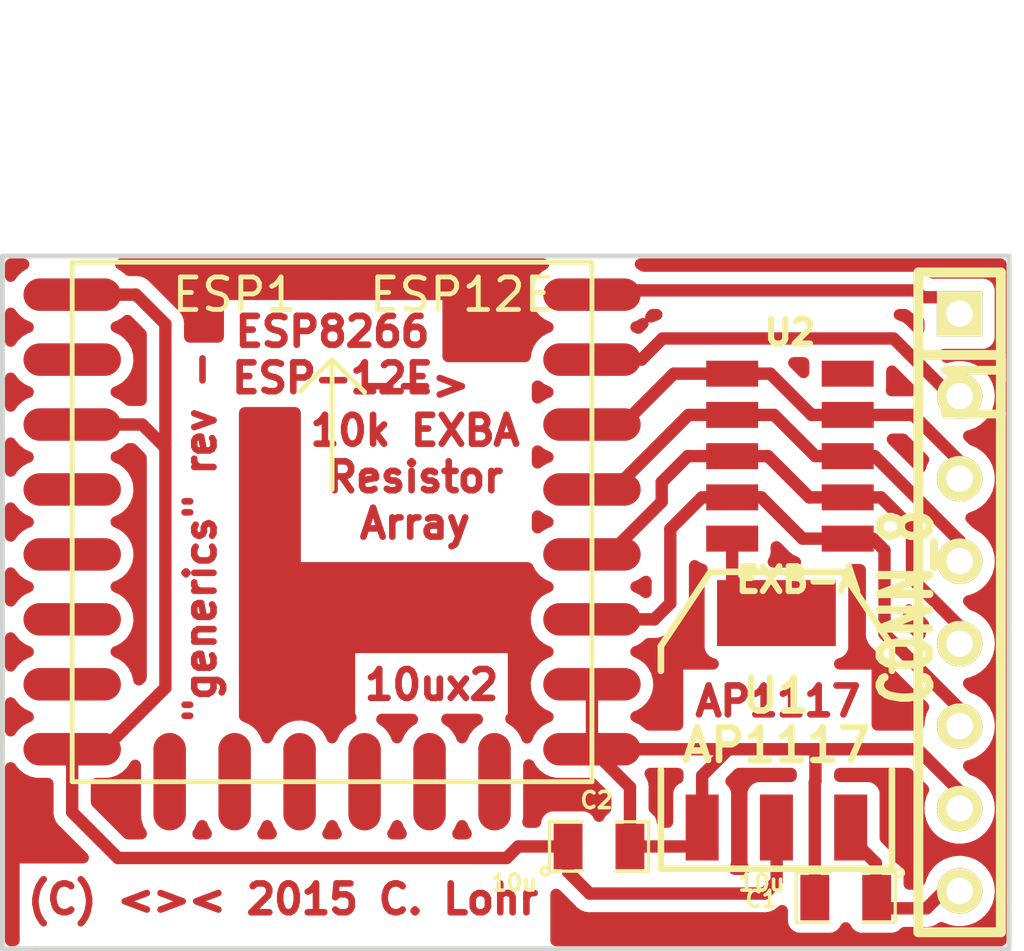
<source format=kicad_pcb>
(kicad_pcb (version 20221018) (generator pcbnew)
  (layers (0 "F.Cu" signal) (31 "B.Cu" signal) (34 "B.Paste" user) (35 "F.Paste" user) (36 "B.SilkS" user) (37 "F.SilkS" user) (38 "B.Mask" user) (39 "F.Mask" user) (44 "Edge.Cuts" user))
  (net 0 "")
  (net 1 "+3.3V")
  (net 2 "+5V")
  (net 3 "GND")
  (net 4 "GPIO0")
  (net 5 "GPIO2")
  (net 6 "GPIO4")
  (net 7 "GPIO5")
  (net 8 "N-000003")
  (net 9 "RX")
  (net 10 "TX")
  (footprint "SM0805" (layer "F.Cu") (at 90.4748 60.9092 180)
    (fp_text reference "C1" (at 2.5908 -0.0508 180) (layer "F.SilkS") (effects (font (size 0.50038 0.50038) (thickness 0.10922))))
    (fp_text value "10u" (at 2.5908 0.4572 180) (layer "F.SilkS") (effects (font (size 0.50038 0.50038) (thickness 0.10922))))
    (fp_line (start -1.524 -0.762) (end -0.508 -0.762) (stroke (width 0.09906)) (layer "F.SilkS"))
    (fp_line (start -1.524 0.762) (end -1.524 -0.762) (stroke (width 0.09906)) (layer "F.SilkS"))
    (fp_line (start -0.508 0.762) (end -1.524 0.762) (stroke (width 0.09906)) (layer "F.SilkS"))
    (fp_line (start 0.508 -0.762) (end 1.524 -0.762) (stroke (width 0.09906)) (layer "F.SilkS"))
    (fp_line (start 1.524 -0.762) (end 1.524 0.762) (stroke (width 0.09906)) (layer "F.SilkS"))
    (fp_line (start 1.524 0.762) (end 0.508 0.762) (stroke (width 0.09906)) (layer "F.SilkS"))
    (fp_circle (center -1.651 0.762) (end -1.651 0.635) (stroke (width 0.09906)) (fill none) (layer "F.SilkS"))
    (pad "1" smd rect (at -0.9525 0 180) (size 0.889 1.397) (layers "F.Cu" "F.Paste" "F.Mask") (net 2 "+5V"))
    (pad "2" smd rect (at 0.9525 0 180) (size 0.889 1.397) (layers "F.Cu" "F.Paste" "F.Mask") (net 3 "GND"))
  )
  (footprint "SM0805" (layer "F.Cu") (at 82.8802 59.3344)
    (fp_text reference "C2" (at -0.0762 -1.4224) (layer "F.SilkS") (effects (font (size 0.50038 0.50038) (thickness 0.10922))))
    (fp_text value "10u" (at -2.6162 1.1176) (layer "F.SilkS") (effects (font (size 0.50038 0.50038) (thickness 0.10922))))
    (fp_line (start -1.524 -0.762) (end -0.508 -0.762) (stroke (width 0.09906)) (layer "F.SilkS"))
    (fp_line (start -1.524 0.762) (end -1.524 -0.762) (stroke (width 0.09906)) (layer "F.SilkS"))
    (fp_line (start -0.508 0.762) (end -1.524 0.762) (stroke (width 0.09906)) (layer "F.SilkS"))
    (fp_line (start 0.508 -0.762) (end 1.524 -0.762) (stroke (width 0.09906)) (layer "F.SilkS"))
    (fp_line (start 1.524 -0.762) (end 1.524 0.762) (stroke (width 0.09906)) (layer "F.SilkS"))
    (fp_line (start 1.524 0.762) (end 0.508 0.762) (stroke (width 0.09906)) (layer "F.SilkS"))
    (fp_circle (center -1.651 0.762) (end -1.651 0.635) (stroke (width 0.09906)) (fill none) (layer "F.SilkS"))
    (pad "1" smd rect (at -0.9525 0) (size 0.889 1.397) (layers "F.Cu" "F.Paste" "F.Mask") (net 1 "+3.3V"))
    (pad "2" smd rect (at 0.9525 0) (size 0.889 1.397) (layers "F.Cu" "F.Paste" "F.Mask") (net 3 "GND"))
  )
  (footprint "SIL-8" (layer "F.Cu") (at 93.98 51.816 -90)
    (fp_text reference "P1" (at -6.604 -0.508 270) (layer "F.SilkS") (effects (font (size 1.72974 1.08712) (thickness 0.3048))))
    (fp_text value "CONN_8" (at 0.1524 1.6256 270) (layer "F.SilkS") (effects (font (size 1.524 1.016) (thickness 0.3048))))
    (fp_line (start -10.16 -1.27) (end 10.16 -1.27) (stroke (width 0.3048)) (layer "F.SilkS"))
    (fp_line (start -10.16 1.27) (end -10.16 -1.27) (stroke (width 0.3048)) (layer "F.SilkS"))
    (fp_line (start -7.62 1.27) (end -7.62 -1.27) (stroke (width 0.3048)) (layer "F.SilkS"))
    (fp_line (start 10.16 -1.27) (end 10.16 1.27) (stroke (width 0.3048)) (layer "F.SilkS"))
    (fp_line (start 10.16 1.27) (end -10.16 1.27) (stroke (width 0.3048)) (layer "F.SilkS"))
    (pad "1" thru_hole rect (at -8.89 0 270) (size 1.397 1.397) (drill 0.8128) (layers "*.Cu" "*.Mask" "F.SilkS") (net 10 "TX"))
    (pad "2" thru_hole circle (at -6.35 0 270) (size 1.397 1.397) (drill 0.8128) (layers "*.Cu" "*.Mask" "F.SilkS") (net 9 "RX"))
    (pad "3" thru_hole circle (at -3.81 0 270) (size 1.397 1.397) (drill 0.8128) (layers "*.Cu" "*.Mask" "F.SilkS") (net 7 "GPIO5"))
    (pad "4" thru_hole circle (at -1.27 0 270) (size 1.397 1.397) (drill 0.8128) (layers "*.Cu" "*.Mask" "F.SilkS") (net 6 "GPIO4"))
    (pad "5" thru_hole circle (at 1.27 0 270) (size 1.397 1.397) (drill 0.8128) (layers "*.Cu" "*.Mask" "F.SilkS") (net 4 "GPIO0"))
    (pad "6" thru_hole circle (at 3.81 0 270) (size 1.397 1.397) (drill 0.8128) (layers "*.Cu" "*.Mask" "F.SilkS") (net 5 "GPIO2"))
    (pad "7" thru_hole circle (at 6.35 0 270) (size 1.397 1.397) (drill 0.8128) (layers "*.Cu" "*.Mask" "F.SilkS") (net 3 "GND"))
    (pad "8" thru_hole circle (at 8.89 0 270) (size 1.397 1.397) (drill 0.8128) (layers "*.Cu" "*.Mask" "F.SilkS") (net 2 "+5V"))
  )
  (footprint "ESP12E" (layer "F.Cu") (at 74.6633 45.339)
    (fp_text reference "ESP1" (at -3 -3) (layer "F.SilkS"))
    (fp_text value "ESP12E" (at 4 -3) (layer "F.SilkS"))
    (fp_line (start -8 -4) (end 8 -4) (stroke (width 0.15)) (layer "F.SilkS"))
    (fp_line (start -8 12) (end -8 -4) (stroke (width 0.15)) (layer "F.SilkS"))
    (fp_line (start -8 12) (end 8 12) (stroke (width 0.15)) (layer "F.SilkS"))
    (fp_line (start 0 -1) (end -1 0) (stroke (width 0.15)) (layer "F.SilkS"))
    (fp_line (start 0 -1) (end 0 3) (stroke (width 0.15)) (layer "F.SilkS"))
    (fp_line (start 0 -1) (end 1 0) (stroke (width 0.15)) (layer "F.SilkS"))
    (fp_line (start 8 -4) (end 8 12) (stroke (width 0.15)) (layer "F.SilkS"))
    (pad "1" smd oval (at -8 -3) (size 3 1) (layers "F.Cu" "F.Paste" "F.Mask") (net 1 "+3.3V"))
    (pad "2" smd oval (at -8 -1) (size 3 1) (layers "F.Cu" "F.Paste" "F.Mask"))
    (pad "3" smd oval (at -8 1) (size 3 1) (layers "F.Cu" "F.Paste" "F.Mask") (net 1 "+3.3V"))
    (pad "4" smd oval (at -8 3) (size 3 1) (layers "F.Cu" "F.Paste" "F.Mask"))
    (pad "5" smd oval (at -8 5) (size 3 1) (layers "F.Cu" "F.Paste" "F.Mask"))
    (pad "6" smd oval (at -8 7) (size 3 1) (layers "F.Cu" "F.Paste" "F.Mask"))
    (pad "7" smd oval (at -8 9) (size 3 1) (layers "F.Cu" "F.Paste" "F.Mask"))
    (pad "8" smd oval (at -8 11) (size 3 1) (layers "F.Cu" "F.Paste" "F.Mask") (net 1 "+3.3V"))
    (pad "9" smd oval (at -5 12 90) (size 3 1) (layers "F.Cu" "F.Paste" "F.Mask"))
    (pad "10" smd oval (at -3 12 90) (size 3 1) (layers "F.Cu" "F.Paste" "F.Mask"))
    (pad "11" smd oval (at -1 12 90) (size 3 1) (layers "F.Cu" "F.Paste" "F.Mask"))
    (pad "12" smd oval (at 1 12 90) (size 3 1) (layers "F.Cu" "F.Paste" "F.Mask"))
    (pad "13" smd oval (at 3 12 90) (size 3 1) (layers "F.Cu" "F.Paste" "F.Mask"))
    (pad "14" smd oval (at 5 12 90) (size 3 1) (layers "F.Cu" "F.Paste" "F.Mask"))
    (pad "15" smd oval (at 8 11 180) (size 3 1) (layers "F.Cu" "F.Paste" "F.Mask") (net 3 "GND"))
    (pad "16" smd oval (at 8 9 180) (size 3 1) (layers "F.Cu" "F.Paste" "F.Mask") (net 3 "GND"))
    (pad "17" smd oval (at 8 7 180) (size 3 1) (layers "F.Cu" "F.Paste" "F.Mask") (net 5 "GPIO2"))
    (pad "18" smd oval (at 8 5 180) (size 3 1) (layers "F.Cu" "F.Paste" "F.Mask") (net 4 "GPIO0"))
    (pad "19" smd oval (at 8 3 180) (size 3 1) (layers "F.Cu" "F.Paste" "F.Mask") (net 6 "GPIO4"))
    (pad "20" smd oval (at 8 1 180) (size 3 1) (layers "F.Cu" "F.Paste" "F.Mask") (net 7 "GPIO5"))
    (pad "21" smd oval (at 8 -1 180) (size 3 1) (layers "F.Cu" "F.Paste" "F.Mask") (net 9 "RX"))
    (pad "22" smd oval (at 8 -3 180) (size 3 1) (layers "F.Cu" "F.Paste" "F.Mask") (net 10 "TX"))
  )
  (footprint "SOT223" (layer "F.Cu") (at 88.3412 55.4482)
    (fp_text reference "U1" (at 0 -0.762) (layer "F.SilkS") (effects (font (size 1.016 1.016) (thickness 0.2032))))
    (fp_text value "AP1117" (at 0 0.762) (layer "F.SilkS") (effects (font (size 1.016 1.016) (thickness 0.2032))))
    (fp_line (start -3.556 -2.286) (end -2.032 -4.572) (stroke (width 0.2032)) (layer "F.SilkS"))
    (fp_line (start -3.556 -1.524) (end -3.556 -2.286) (stroke (width 0.2032)) (layer "F.SilkS"))
    (fp_line (start -3.556 1.524) (end -3.556 4.572) (stroke (width 0.2032)) (layer "F.SilkS"))
    (fp_line (start -3.556 4.572) (end 3.556 4.572) (stroke (width 0.2032)) (layer "F.SilkS"))
    (fp_line (start -2.032 -4.572) (end 2.032 -4.572) (stroke (width 0.2032)) (layer "F.SilkS"))
    (fp_line (start 2.032 -4.572) (end 3.556 -2.286) (stroke (width 0.2032)) (layer "F.SilkS"))
    (fp_line (start 3.556 -2.286) (end 3.556 -1.524) (stroke (width 0.2032)) (layer "F.SilkS"))
    (fp_line (start 3.556 4.572) (end 3.556 1.524) (stroke (width 0.2032)) (layer "F.SilkS"))
    (pad "1" smd rect (at -2.286 3.302) (size 1.016 2.032) (layers "F.Cu" "F.Paste" "F.Mask") (net 3 "GND"))
    (pad "2" smd rect (at 0 3.302) (size 1.016 2.032) (layers "F.Cu" "F.Paste" "F.Mask") (net 1 "+3.3V"))
    (pad "3" smd rect (at 2.286 3.302) (size 1.016 2.032) (layers "F.Cu" "F.Paste" "F.Mask") (net 2 "+5V"))
    (pad "4" smd rect (at 0 -3.302) (size 3.6576 2.032) (layers "F.Cu" "F.Paste" "F.Mask") (net 8 "N-000003"))
  )
  (footprint "EXB-A" (layer "F.Cu") (at 88.75776 47.31258)
    (fp_text reference "U2" (at 0 -3.81) (layer "F.SilkS") (effects (font (size 0.762 0.762) (thickness 0.1905))))
    (fp_text value "EXB-A" (at 0.254 3.81) (layer "F.SilkS") (effects (font (size 0.762 0.762) (thickness 0.1905))))
    (pad "1" smd rect (at -1.778 -2.54 90) (size 0.8001 1.6002) (layers "F.Cu" "F.Paste" "F.Mask") (net 7 "GPIO5"))
    (pad "2" smd rect (at -1.778 -1.27 90) (size 0.8001 1.6002) (layers "F.Cu" "F.Paste" "F.Mask") (net 6 "GPIO4"))
    (pad "3" smd rect (at -1.778 0 90) (size 0.8001 1.6002) (layers "F.Cu" "F.Paste" "F.Mask") (net 4 "GPIO0"))
    (pad "4" smd rect (at -1.778 1.27 90) (size 0.8001 1.6002) (layers "F.Cu" "F.Paste" "F.Mask") (net 5 "GPIO2"))
    (pad "5" smd rect (at -1.778 2.54 90) (size 0.8001 1.6002) (layers "F.Cu" "F.Paste" "F.Mask") (net 8 "N-000003"))
    (pad "6" smd rect (at 1.778 2.54 90) (size 0.8001 1.6002) (layers "F.Cu" "F.Paste" "F.Mask") (net 5 "GPIO2"))
    (pad "7" smd rect (at 1.778 1.27 90) (size 0.8001 1.6002) (layers "F.Cu" "F.Paste" "F.Mask") (net 4 "GPIO0"))
    (pad "8" smd rect (at 1.778 0 90) (size 0.8001 1.6002) (layers "F.Cu" "F.Paste" "F.Mask") (net 6 "GPIO4"))
    (pad "9" smd rect (at 1.778 -1.27 90) (size 0.8001 1.6002) (layers "F.Cu" "F.Paste" "F.Mask") (net 7 "GPIO5"))
    (pad "10" smd rect (at 1.778 -2.54 90) (size 0.8001 1.6002) (layers "F.Cu" "F.Paste" "F.Mask"))
  )
  (gr_line (start 95.504 41.148) (end 95.504 62.484) (stroke (width 0.15)) (layer "Edge.Cuts"))
  (gr_line (start 64.516 62.484) (end 64.516 41.148) (stroke (width 0.15)) (layer "Edge.Cuts"))
  (gr_line (start 65.532 62.484) (end 65.024 62.484) (stroke (width 0.15)) (layer "Edge.Cuts"))
  (gr_line (start 95.504 62.484) (end 65.532 62.484) (stroke (width 0.15)) (layer "Edge.Cuts"))
  (gr_line (start 65.024 62.484) (end 64.516 62.484) (stroke (width 0.15)) (layer "Edge.Cuts"))
  (gr_line (start 64.516 41.148) (end 95.504 41.148) (stroke (width 0.15)) (layer "Edge.Cuts"))
  (gr_text "(C) <>< 2015 C. Lohr" (at 73.152 60.96) (layer "F.Cu") (effects (font (size 0.889 0.889) (thickness 0.2032))))
  (gr_text "AP1117" (at 88.392 54.864) (layer "F.Cu") (effects (font (size 0.889 0.889) (thickness 0.2032))))
  (gr_text "\"generics\" rev -" (at 70.612 49.784 90) (layer "F.Cu") (effects (font (size 0.889 0.889) (thickness 0.2032))))
  (gr_text "ESP8266\nESP-12E" (at 74.676 44.196) (layer "F.Cu") (effects (font (size 0.889 0.889) (thickness 0.2032))))
  (gr_text "-->\n10k EXBA\nResistor\nArray" (at 77.216 47.244) (layer "F.Cu") (effects (font (size 0.889 0.889) (thickness 0.2032))))
  (gr_text "10ux2" (at 77.724 54.356) (layer "F.Cu") (effects (font (size 0.889 0.889) (thickness 0.2032))))
  (segment (start 67.6384 56.339) (end 69.5325 54.4449) (width 0.381) (layer "F.Cu") (net 1))
  (segment (start 69.5325 54.4449) (end 69.5325 47.0535) (width 0.381) (layer "F.Cu") (net 1))
  (segment (start 69.5325 47.0535) (end 68.818 46.339) (width 0.381) (layer "F.Cu") (net 1))
  (segment (start 68.818 46.339) (end 66.6633 46.339) (width 0.381) (layer "F.Cu") (net 1))
  (segment (start 68.628 42.339) (end 69.5325 43.2435) (width 0.381) (layer "F.Cu") (net 1))
  (segment (start 69.5325 43.2435) (end 69.5325 47.0535) (width 0.381) (layer "F.Cu") (net 1))
  (segment (start 80.391 59.3344) (end 80.0354 59.69) (width 0.381) (layer "F.Cu") (net 1))
  (segment (start 80.0354 59.69) (end 68.072 59.69) (width 0.381) (layer "F.Cu") (net 1))
  (segment (start 68.072 59.69) (end 66.6633 58.2813) (width 0.381) (layer "F.Cu") (net 1))
  (segment (start 66.6633 58.2813) (end 66.6633 56.339) (width 0.381) (layer "F.Cu") (net 1))
  (segment (start 81.9277 60.11926) (end 82.59318 60.78474) (width 0.381) (layer "F.Cu") (net 1))
  (segment (start 82.59318 60.78474) (end 87.97798 60.78474) (width 0.381) (layer "F.Cu") (net 1))
  (segment (start 87.97798 60.78474) (end 88.34882 60.4139) (width 0.381) (layer "F.Cu") (net 1))
  (segment (start 88.34882 60.4139) (end 88.34882 59.07786) (width 0.381) (layer "F.Cu") (net 1))
  (segment (start 66.6633 42.339) (end 68.628 42.339) (width 0.381) (layer "F.Cu") (net 1))
  (segment (start 81.9277 59.3344) (end 81.9277 60.11926) (width 0.381) (layer "F.Cu") (net 1))
  (segment (start 81.9277 59.3344) (end 80.391 59.3344) (width 0.381) (layer "F.Cu") (net 1))
  (segment (start 66.6633 56.339) (end 67.6384 56.339) (width 0.381) (layer "F.Cu") (net 1))
  (segment (start 91.4019 59.84494) (end 90.63482 59.07786) (width 0.381) (layer "F.Cu") (net 2))
  (segment (start 92.964 61.2394) (end 94.0054 60.198) (width 0.381) (layer "F.Cu") (net 2))
  (segment (start 91.4019 61.2394) (end 92.964 61.2394) (width 0.381) (layer "F.Cu") (net 2))
  (segment (start 91.4019 61.2394) (end 91.4019 59.84494) (width 0.381) (layer "F.Cu") (net 2))
  (segment (start 85.80628 59.3344) (end 86.06282 59.07786) (width 0.381) (layer "F.Cu") (net 3))
  (segment (start 83.8327 57.5084) (end 82.6633 56.339) (width 0.381) (layer "F.Cu") (net 3))
  (segment (start 92.6864 56.339) (end 94.0054 57.658) (width 0.381) (layer "F.Cu") (net 3))
  (segment (start 89.5223 57.35828) (end 89.54262 57.33796) (width 0.381) (layer "F.Cu") (net 3))
  (segment (start 89.54262 57.33796) (end 89.54262 56.339) (width 0.381) (layer "F.Cu") (net 3))
  (segment (start 89.54262 56.339) (end 92.6864 56.339) (width 0.381) (layer "F.Cu") (net 3))
  (segment (start 86.0552 57.15254) (end 86.86874 56.339) (width 0.381) (layer "F.Cu") (net 3))
  (segment (start 86.86874 56.339) (end 89.54262 56.339) (width 0.381) (layer "F.Cu") (net 3))
  (segment (start 89.5223 60.9092) (end 89.5223 57.35828) (width 0.381) (layer "F.Cu") (net 3))
  (segment (start 83.8327 59.3344) (end 83.8327 57.5084) (width 0.381) (layer "F.Cu") (net 3))
  (segment (start 83.8327 59.3344) (end 85.80628 59.3344) (width 0.381) (layer "F.Cu") (net 3))
  (segment (start 82.6633 56.339) (end 82.6633 54.339) (width 0.381) (layer "F.Cu") (net 3))
  (segment (start 82.6633 56.339) (end 86.86874 56.339) (width 0.381) (layer "F.Cu") (net 3))
  (segment (start 86.0552 58.7502) (end 86.0552 57.15254) (width 0.381) (layer "F.Cu") (net 3))
  (segment (start 85.6107 47.31258) (end 84.8106 48.11268) (width 0.381) (layer "F.Cu") (net 4))
  (segment (start 84.8106 48.11268) (end 84.8106 48.7172) (width 0.381) (layer "F.Cu") (net 4))
  (segment (start 84.8106 48.7172) (end 83.1888 50.339) (width 0.381) (layer "F.Cu") (net 4))
  (segment (start 83.1888 50.339) (end 82.6633 50.339) (width 0.381) (layer "F.Cu") (net 4))
  (segment (start 88.08212 47.31258) (end 89.35212 48.58258) (width 0.381) (layer "F.Cu") (net 4))
  (segment (start 89.35212 48.58258) (end 90.53576 48.58258) (width 0.381) (layer "F.Cu") (net 4))
  (segment (start 91.55938 48.58258) (end 92.51442 49.53762) (width 0.381) (layer "F.Cu") (net 4))
  (segment (start 92.51442 49.53762) (end 92.51442 51.08702) (width 0.381) (layer "F.Cu") (net 4))
  (segment (start 92.51442 51.08702) (end 94.0054 52.578) (width 0.381) (layer "F.Cu") (net 4))
  (segment (start 90.53576 48.58258) (end 91.55938 48.58258) (width 0.381) (layer "F.Cu") (net 4))
  (segment (start 86.97976 47.31258) (end 88.08212 47.31258) (width 0.381) (layer "F.Cu") (net 4))
  (segment (start 86.97976 47.31258) (end 85.6107 47.31258) (width 0.381) (layer "F.Cu") (net 4))
  (segment (start 86.04758 48.58258) (end 85.07476 49.5554) (width 0.381) (layer "F.Cu") (net 5))
  (segment (start 85.07476 49.5554) (end 85.07476 51.84648) (width 0.381) (layer "F.Cu") (net 5))
  (segment (start 85.07476 51.84648) (end 84.58224 52.339) (width 0.381) (layer "F.Cu") (net 5))
  (segment (start 84.58224 52.339) (end 82.6633 52.339) (width 0.381) (layer "F.Cu") (net 5))
  (segment (start 87.87638 48.58258) (end 89.14638 49.85258) (width 0.381) (layer "F.Cu") (net 5))
  (segment (start 89.14638 49.85258) (end 90.53576 49.85258) (width 0.381) (layer "F.Cu") (net 5))
  (segment (start 91.31046 49.85258) (end 91.6686 50.21072) (width 0.381) (layer "F.Cu") (net 5))
  (segment (start 91.6686 50.21072) (end 91.6686 52.7812) (width 0.381) (layer "F.Cu") (net 5))
  (segment (start 91.6686 52.7812) (end 94.0054 55.118) (width 0.381) (layer "F.Cu") (net 5))
  (segment (start 90.53576 49.85258) (end 91.31046 49.85258) (width 0.381) (layer "F.Cu") (net 5))
  (segment (start 86.97976 48.58258) (end 87.87638 48.58258) (width 0.381) (layer "F.Cu") (net 5))
  (segment (start 86.97976 48.58258) (end 86.04758 48.58258) (width 0.381) (layer "F.Cu") (net 5))
  (segment (start 85.6361 46.04258) (end 83.33968 48.339) (width 0.381) (layer "F.Cu") (net 6))
  (segment (start 83.33968 48.339) (end 82.6633 48.339) (width 0.381) (layer "F.Cu") (net 6))
  (segment (start 88.27008 46.04258) (end 89.54008 47.31258) (width 0.381) (layer "F.Cu") (net 6))
  (segment (start 89.54008 47.31258) (end 90.53576 47.31258) (width 0.381) (layer "F.Cu") (net 6))
  (segment (start 93.98 49.925566) (end 91.367014 47.31258) (width 0.381) (layer "F.Cu") (net 6))
  (segment (start 91.367014 47.31258) (end 90.53576 47.31258) (width 0.381) (layer "F.Cu") (net 6))
  (segment (start 93.98 50.546) (end 93.98 49.925566) (width 0.381) (layer "F.Cu") (net 6))
  (segment (start 86.97976 46.04258) (end 88.27008 46.04258) (width 0.381) (layer "F.Cu") (net 6))
  (segment (start 86.97976 46.04258) (end 85.6361 46.04258) (width 0.381) (layer "F.Cu") (net 6))
  (segment (start 85.18144 44.77258) (end 83.61502 46.339) (width 0.381) (layer "F.Cu") (net 7))
  (segment (start 83.61502 46.339) (end 82.6633 46.339) (width 0.381) (layer "F.Cu") (net 7))
  (segment (start 88.15324 44.77258) (end 89.42324 46.04258) (width 0.381) (layer "F.Cu") (net 7))
  (segment (start 89.42324 46.04258) (end 90.53576 46.04258) (width 0.381) (layer "F.Cu") (net 7))
  (segment (start 92.54998 46.04258) (end 94.0054 47.498) (width 0.381) (layer "F.Cu") (net 7))
  (segment (start 86.97976 44.77258) (end 85.18144 44.77258) (width 0.381) (layer "F.Cu") (net 7))
  (segment (start 90.53576 46.04258) (end 92.54998 46.04258) (width 0.381) (layer "F.Cu") (net 7))
  (segment (start 86.97976 44.77258) (end 88.15324 44.77258) (width 0.381) (layer "F.Cu") (net 7))
  (segment (start 86.97976 51.1048) (end 88.34882 52.47386) (width 0.381) (layer "F.Cu") (net 8))
  (segment (start 86.97976 49.85258) (end 86.97976 51.1048) (width 0.381) (layer "F.Cu") (net 8))
  (segment (start 93.726 45.466) (end 91.948 43.688) (width 0.381) (layer "F.Cu") (net 9))
  (segment (start 91.948 43.688) (end 84.836 43.688) (width 0.381) (layer "F.Cu") (net 9))
  (segment (start 84.836 43.688) (end 84.185 44.339) (width 0.381) (layer "F.Cu") (net 9))
  (segment (start 84.185 44.339) (end 82.6633 44.339) (width 0.381) (layer "F.Cu") (net 9))
  (segment (start 93.98 45.466) (end 93.726 45.466) (width 0.381) (layer "F.Cu") (net 9))
  (segment (start 92.83192 42.418) (end 92.6211 42.20718) (width 0.381) (layer "F.Cu") (net 10))
  (segment (start 92.6211 42.20718) (end 82.79512 42.20718) (width 0.381) (layer "F.Cu") (net 10))
  (segment (start 82.79512 42.20718) (end 82.6633 42.339) (width 0.381) (layer "F.Cu") (net 10))
  (segment (start 94.0054 42.418) (end 92.83192 42.418) (width 0.381) (layer "F.Cu") (net 10))
  (zone (net 0) (net_name "") (layer "F.Cu") (connect_pads (clearance 0.3556)) (min_thickness 0.3556) (fill yes (thermal_gap 0.508) (thermal_bridge_width 0.508))
    (polygon (pts (xy 95.504 62.484) (xy 95.504 41.148) (xy 64.516 41.148) (xy 64.516 62.484) (xy 65.024 62.484)))
  )
)
</source>
